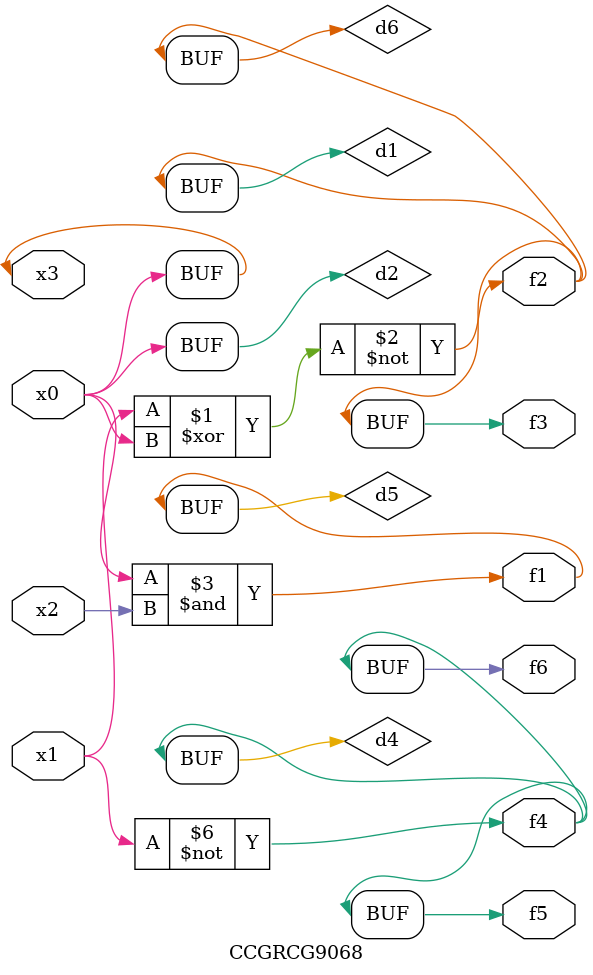
<source format=v>
module CCGRCG9068(
	input x0, x1, x2, x3,
	output f1, f2, f3, f4, f5, f6
);

	wire d1, d2, d3, d4, d5, d6;

	xnor (d1, x1, x3);
	buf (d2, x0, x3);
	nand (d3, x0, x2);
	not (d4, x1);
	nand (d5, d3);
	or (d6, d1);
	assign f1 = d5;
	assign f2 = d6;
	assign f3 = d6;
	assign f4 = d4;
	assign f5 = d4;
	assign f6 = d4;
endmodule

</source>
